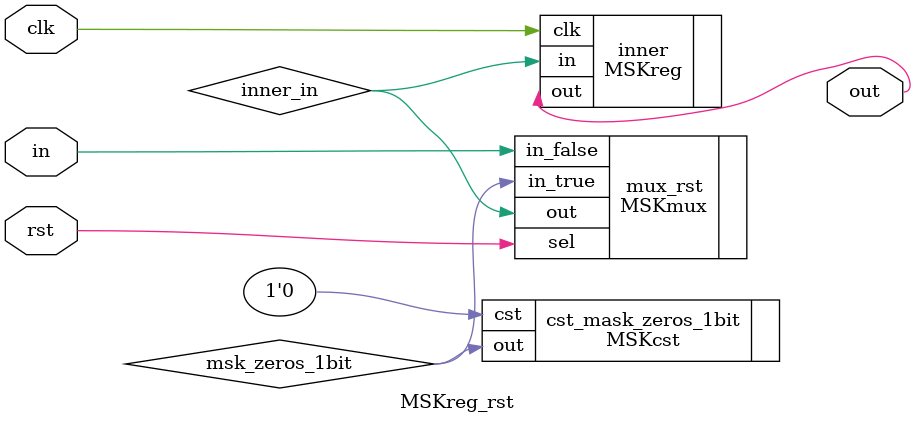
<source format=v>
(* fv_prop = "affine", fv_strat = "flatten", fv_order = d *)
module MSKreg_rst #(parameter d=1, parameter count=1) (clk, rst, in, out);


(* fv_type = "clock" *)   input clk;
(* fv_type = "control" *) input rst;
(* fv_type = "sharing", fv_latency = 0 *) input  [count*d-1:0] in;
(* fv_type = "sharing", fv_latency = 1 *) output [count*d-1:0] out;

	wire [count*d-1:0] inner_in;

        wire [count*d-1:0] msk_zeros_1bit;
        MSKcst #(.d(d), .count(count)) cst_mask_zeros_1bit(.cst({(count){1'b0}}), .out(msk_zeros_1bit));

        MSKmux #(.d(d), .count(count)) mux_rst (.sel(rst), .in_true(msk_zeros_1bit), .in_false(in), .out(inner_in));
        MSKreg #(.d(d), .count(count)) inner(.clk(clk), .in(inner_in), .out(out));

endmodule

</source>
